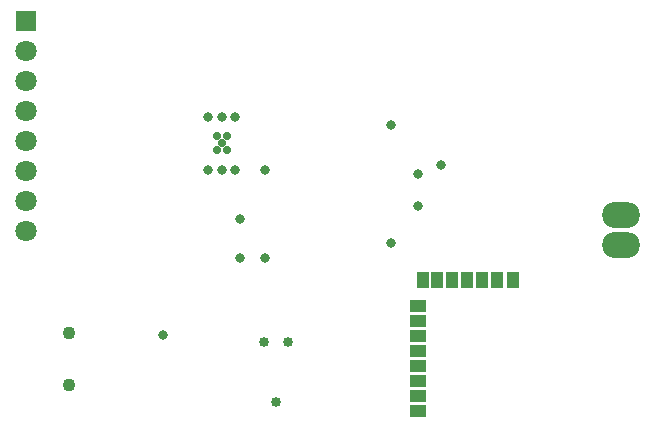
<source format=gbs>
G04*
G04 #@! TF.GenerationSoftware,Altium Limited,Altium Designer,19.1.9 (167)*
G04*
G04 Layer_Color=16711935*
%FSLAX25Y25*%
%MOIN*%
G70*
G01*
G75*
%ADD31O,0.12611X0.08674*%
%ADD32C,0.03347*%
%ADD33C,0.04343*%
%ADD34R,0.03950X0.05524*%
%ADD35R,0.05524X0.03950*%
%ADD36C,0.07099*%
%ADD37R,0.07099X0.07099*%
%ADD38C,0.03300*%
%ADD39C,0.02769*%
D31*
X210000Y84000D02*
D03*
Y74000D02*
D03*
D32*
X99000Y41500D02*
D03*
X91000D02*
D03*
X95000Y21500D02*
D03*
D33*
X25932Y27358D02*
D03*
Y44681D02*
D03*
D34*
X173909Y62311D02*
D03*
X168819D02*
D03*
X163819D02*
D03*
X158819D02*
D03*
X153819D02*
D03*
X148819D02*
D03*
X143910D02*
D03*
D35*
X142374Y53630D02*
D03*
Y48630D02*
D03*
Y43630D02*
D03*
Y38630D02*
D03*
Y33630D02*
D03*
Y28630D02*
D03*
Y23630D02*
D03*
Y18630D02*
D03*
D36*
X11811Y78740D02*
D03*
Y88740D02*
D03*
Y108740D02*
D03*
Y128740D02*
D03*
Y138740D02*
D03*
Y118740D02*
D03*
Y98740D02*
D03*
D37*
Y148740D02*
D03*
D38*
X150000Y100500D02*
D03*
X142500Y97500D02*
D03*
Y87000D02*
D03*
X133500Y114000D02*
D03*
Y74500D02*
D03*
X57500Y44000D02*
D03*
X91500Y69500D02*
D03*
X83000D02*
D03*
Y82500D02*
D03*
X72500Y116500D02*
D03*
X77000D02*
D03*
X81500D02*
D03*
Y99000D02*
D03*
X77000D02*
D03*
X72500D02*
D03*
X91500D02*
D03*
D39*
X77000Y108000D02*
D03*
X78772Y110362D02*
D03*
Y105638D02*
D03*
X75228D02*
D03*
Y110362D02*
D03*
M02*

</source>
